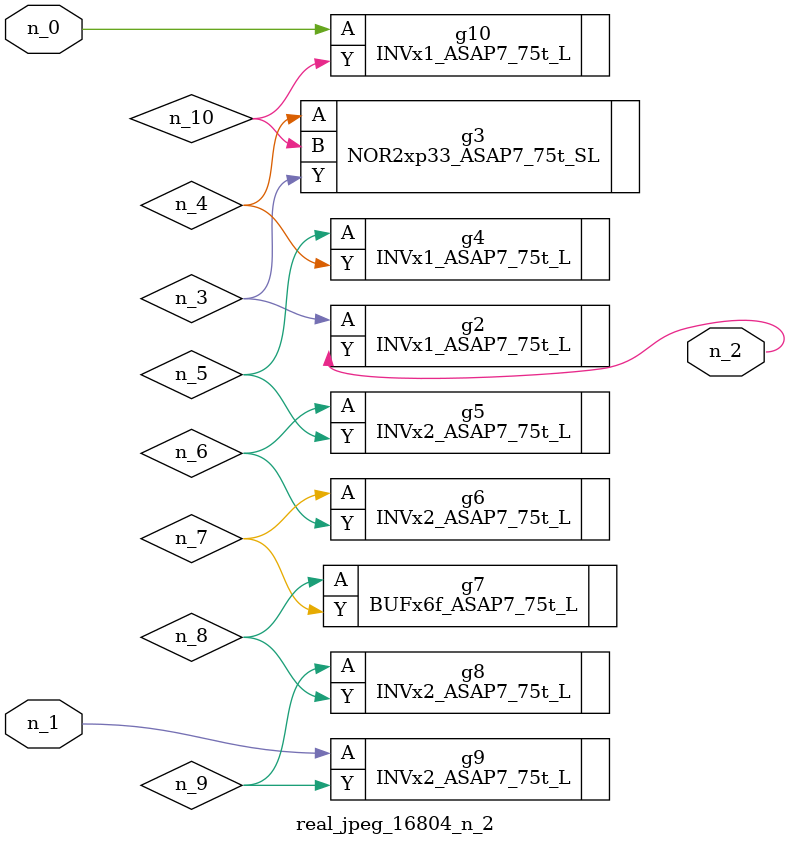
<source format=v>
module real_jpeg_16804_n_2 (n_1, n_0, n_2);

input n_1;
input n_0;

output n_2;

wire n_5;
wire n_4;
wire n_8;
wire n_6;
wire n_7;
wire n_3;
wire n_10;
wire n_9;

INVx1_ASAP7_75t_L g10 ( 
.A(n_0),
.Y(n_10)
);

INVx2_ASAP7_75t_L g9 ( 
.A(n_1),
.Y(n_9)
);

INVx1_ASAP7_75t_L g2 ( 
.A(n_3),
.Y(n_2)
);

NOR2xp33_ASAP7_75t_SL g3 ( 
.A(n_4),
.B(n_10),
.Y(n_3)
);

INVx1_ASAP7_75t_L g4 ( 
.A(n_5),
.Y(n_4)
);

INVx2_ASAP7_75t_L g5 ( 
.A(n_6),
.Y(n_5)
);

INVx2_ASAP7_75t_L g6 ( 
.A(n_7),
.Y(n_6)
);

BUFx6f_ASAP7_75t_L g7 ( 
.A(n_8),
.Y(n_7)
);

INVx2_ASAP7_75t_L g8 ( 
.A(n_9),
.Y(n_8)
);


endmodule
</source>
